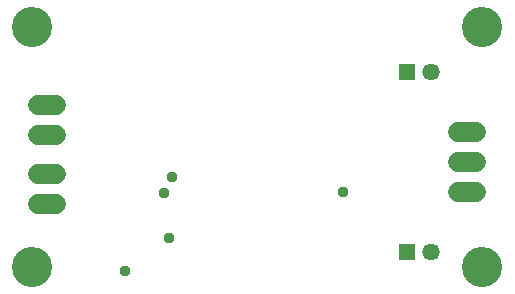
<source format=gbr>
G04 EAGLE Gerber RS-274X export*
G75*
%MOMM*%
%FSLAX34Y34*%
%LPD*%
%INSoldermask Bottom*%
%IPPOS*%
%AMOC8*
5,1,8,0,0,1.08239X$1,22.5*%
G01*
%ADD10C,3.403200*%
%ADD11R,1.461200X1.461200*%
%ADD12C,1.461200*%
%ADD13C,1.711200*%
%ADD14C,0.959600*%


D10*
X38100Y63500D03*
X38100Y266700D03*
X419100Y63500D03*
X419100Y266700D03*
D11*
X355600Y76200D03*
D12*
X375600Y76200D03*
D11*
X355600Y228600D03*
D12*
X375600Y228600D03*
D13*
X58340Y175260D02*
X43260Y175260D01*
X43260Y200660D02*
X58340Y200660D01*
X58340Y116840D02*
X43260Y116840D01*
X43260Y142240D02*
X58340Y142240D01*
X398860Y177800D02*
X413940Y177800D01*
X413940Y152400D02*
X398860Y152400D01*
X398860Y127000D02*
X413940Y127000D01*
D14*
X300990Y127000D03*
X116840Y60080D03*
X149860Y125730D03*
X156210Y139700D03*
X153970Y87630D03*
M02*

</source>
